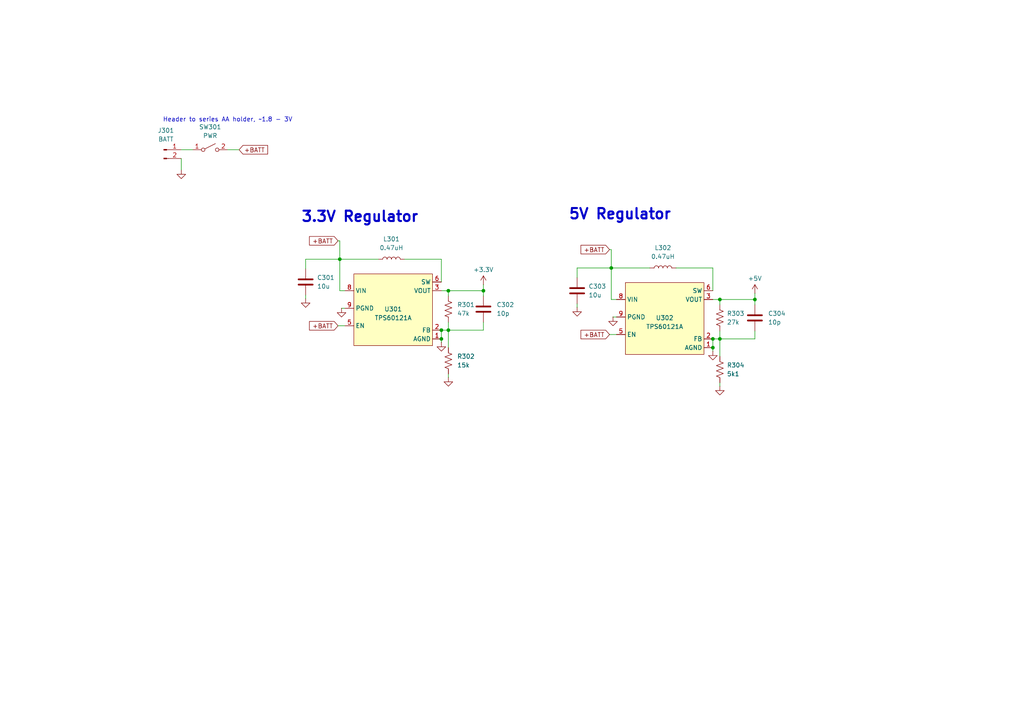
<source format=kicad_sch>
(kicad_sch (version 20231120) (generator "eeschema") (generator_version "8.0")
  (paper "A4")
  (lib_symbols
    (symbol "Connector:Conn_01x02_Pin" (pin_names (offset 1.016) hide)
      (property "Reference" "J" (at 0 2.54 0))
      (property "Value" "Conn_01x02_Pin" (at 0 -5.08 0))
      (symbol "Conn_01x02_Pin_1_1"
        (polyline (pts (xy 1.27 -2.54) (xy 0.8636 -2.54)) (stroke (width 0.1524)))
        (polyline (pts (xy 1.27 0) (xy 0.8636 0)) (stroke (width 0.1524)))
        (rectangle (start 0.8636 -2.413) (end 0 -2.667) (stroke (width 0.1524)) (fill (type outline)))
        (rectangle (start 0.8636 0.127) (end 0 -0.127) (stroke (width 0.1524)) (fill (type outline)))
        (pin passive line (at 5.08 0 180) (length 3.81) (name "Pin_1") (number "1"))
        (pin passive line (at 5.08 -2.54 180) (length 3.81) (name "Pin_2") (number "2"))
      )
    )
    (symbol "Device:C" (pin_numbers hide) (pin_names (offset 0.254))
      (property "Reference" "C" (at 0.635 2.54 0))
      (property "Value" "C" (at 0.635 -2.54 0))
      (symbol "C_0_1"
        (polyline (pts (xy -2.032 -0.762) (xy 2.032 -0.762)) (stroke (width 0.508)))
        (polyline (pts (xy -2.032 0.762) (xy 2.032 0.762)) (stroke (width 0.508)))
      )
      (symbol "C_1_1"
        (pin passive line (at 0 3.81 270) (length 2.794) (name "~") (number "1"))
        (pin passive line (at 0 -3.81 90) (length 2.794) (name "~") (number "2"))
      )
    )
    (symbol "Device:L" (pin_numbers hide) (pin_names (offset 1.016) hide)
      (property "Reference" "L" (at -1.27 0 90))
      (property "Value" "L" (at 1.905 0 90))
      (symbol "L_0_1"
        (arc (start 0 -2.54) (mid 0.6323 -1.905) (end 0 -1.27))
        (arc (start 0 -1.27) (mid 0.6323 -0.635) (end 0 0))
        (arc (start 0 0) (mid 0.6323 0.635) (end 0 1.27))
        (arc (start 0 1.27) (mid 0.6323 1.905) (end 0 2.54))
      )
      (symbol "L_1_1"
        (pin passive line (at 0 3.81 270) (length 1.27) (name "1") (number "1"))
        (pin passive line (at 0 -3.81 90) (length 1.27) (name "2") (number "2"))
      )
    )
    (symbol "Device:R_US" (pin_numbers hide) (pin_names (offset 0))
      (property "Reference" "R" (at 2.54 0 90))
      (property "Value" "R_US" (at -2.54 0 90))
      (symbol "R_US_0_1"
        (polyline (pts (xy 0 -2.286) (xy 0 -2.54)))
        (polyline (pts (xy 0 2.286) (xy 0 2.54)))
        (polyline (pts (xy 0 -0.762) (xy 1.016 -1.143) (xy 0 -1.524) (xy -1.016 -1.905) (xy 0 -2.286)))
        (polyline (pts (xy 0 0.762) (xy 1.016 0.381) (xy 0 0) (xy -1.016 -0.381) (xy 0 -0.762)))
        (polyline (pts (xy 0 2.286) (xy 1.016 1.905) (xy 0 1.524) (xy -1.016 1.143) (xy 0 0.762)))
      )
      (symbol "R_US_1_1"
        (pin passive line (at 0 3.81 270) (length 1.27) (name "~") (number "1"))
        (pin passive line (at 0 -3.81 90) (length 1.27) (name "~") (number "2"))
      )
    )
    (symbol "Regulator_Switching:TPS61021A"
      (property "Reference" "U" (at -0.254 7.112 0))
      (property "Value" "TPS60121A" (at 0 4.826 0))
      (symbol "TPS61021A_1_1"
        (rectangle (start -11.4 12.5) (end 11.4 -8.3) (fill (type background)))
        (pin power_out line (at 13.97 -6.35 180) (length 2.54) (name "AGND") (number "1"))
        (pin input line (at 13.97 -3.81 180) (length 2.54) (name "FB") (number "2"))
        (pin power_out line (at 13.97 7.62 180) (length 2.54) (name "VOUT") (number "3"))
        (pin power_out line (at 13.97 7.62 180) (length 2.54) hide (name "VOUT") (number "4"))
        (pin input line (at -13.97 -2.54 0) (length 2.54) (name "EN") (number "5"))
        (pin input line (at 13.97 10.16 180) (length 2.54) (name "SW") (number "6"))
        (pin input line (at 13.97 10.16 180) (length 2.54) hide (name "SW") (number "7"))
        (pin power_in line (at -13.97 7.62 0) (length 2.54) (name "VIN") (number "8"))
        (pin passive line (at -13.97 2.54 0) (length 2.54) (name "PGND") (number "9"))
      )
    )
    (symbol "Switch:SW_SPST" (pin_names (offset 0) hide)
      (property "Reference" "SW" (at 0 3.175 0))
      (property "Value" "SW_SPST" (at 0 -2.54 0))
      (symbol "SW_SPST_0_0"
        (circle (center -2.032 0) (radius 0.508))
        (polyline (pts (xy -1.524 0.254) (xy 1.524 1.778)))
        (circle (center 2.032 0) (radius 0.508))
      )
      (symbol "SW_SPST_1_1"
        (pin passive line (at -5.08 0 0) (length 2.54) (name "A") (number "1"))
        (pin passive line (at 5.08 0 180) (length 2.54) (name "B") (number "2"))
      )
    )
    (symbol "power:+3.3V" (power) (pin_numbers hide) (pin_names (offset 0) hide)
      (property "Value" "+3.3V" (at 0 3.556 0))
      (symbol "+3.3V_0_1"
        (polyline (pts (xy -0.762 1.27) (xy 0 2.54)))
        (polyline (pts (xy 0 0) (xy 0 2.54)))
        (polyline (pts (xy 0 2.54) (xy 0.762 1.27)))
      )
      (symbol "+3.3V_1_1"
        (pin power_in line (at 0 0 90) (length 0) (name "~") (number "1"))
      )
    )
    (symbol "power:+5V" (power) (pin_numbers hide) (pin_names (offset 0) hide)
      (property "Value" "+5V" (at 0 3.556 0))
      (symbol "+5V_0_1"
        (polyline (pts (xy -0.762 1.27) (xy 0 2.54)))
        (polyline (pts (xy 0 0) (xy 0 2.54)))
        (polyline (pts (xy 0 2.54) (xy 0.762 1.27)))
      )
      (symbol "+5V_1_1"
        (pin power_in line (at 0 0 90) (length 0) (name "~") (number "1"))
      )
    )
    (symbol "power:GND" (power) (pin_numbers hide) (pin_names (offset 0) hide)
      (symbol "GND_0_1"
        (polyline (pts (xy 0 0) (xy 0 -1.27) (xy 1.27 -1.27) (xy 0 -2.54) (xy -1.27 -1.27) (xy 0 -1.27)))
      )
      (symbol "GND_1_1"
        (pin power_in line (at 0 0 270) (length 0) (name "~") (number "1"))
      )
    )
  )
  (junction (at 130.048 84.328))
  (junction (at 98.552 75.184))
  (junction (at 177.292 77.724))
  (junction (at 206.756 98.298))
  (junction (at 140.208 84.328))
  (junction (at 208.788 86.868))
  (junction (at 128.016 95.758))
  (junction (at 130.048 95.758))
  (junction (at 128.016 98.298))
  (junction (at 206.756 100.838))
  (junction (at 208.788 98.298))
  (junction (at 218.948 86.868))
  (wire (pts (xy 208.788 98.298) (xy 208.788 103.378)))
  (wire (pts (xy 177.292 77.724) (xy 177.292 86.868)))
  (wire (pts (xy 130.048 95.758) (xy 128.016 95.758)))
  (wire (pts (xy 98.552 75.184) (xy 98.552 84.328)))
  (wire (pts (xy 88.646 75.184) (xy 98.552 75.184)))
  (wire (pts (xy 98.044 69.85) (xy 98.552 69.85)))
  (wire (pts (xy 52.578 45.974) (xy 52.578 49.276)))
  (wire (pts (xy 177.292 72.39) (xy 177.292 77.724)))
  (wire (pts (xy 208.788 110.998) (xy 208.788 112.014)))
  (wire (pts (xy 206.756 98.298) (xy 206.756 100.838)))
  (wire (pts (xy 99.06 89.408) (xy 100.076 89.408)))
  (wire (pts (xy 140.208 84.328) (xy 130.048 84.328)))
  (wire (pts (xy 130.048 84.328) (xy 130.048 85.852)))
  (wire (pts (xy 196.088 77.724) (xy 206.756 77.724)))
  (wire (pts (xy 140.208 93.472) (xy 140.208 95.758)))
  (wire (pts (xy 140.208 85.852) (xy 140.208 84.328)))
  (wire (pts (xy 208.788 86.868) (xy 208.788 88.392)))
  (wire (pts (xy 218.948 86.868) (xy 208.788 86.868)))
  (wire (pts (xy 167.386 80.518) (xy 167.386 77.724)))
  (wire (pts (xy 167.386 77.724) (xy 177.292 77.724)))
  (wire (pts (xy 218.948 88.392) (xy 218.948 86.868)))
  (wire (pts (xy 218.948 98.298) (xy 208.788 98.298)))
  (wire (pts (xy 130.048 108.458) (xy 130.048 109.474)))
  (wire (pts (xy 98.044 94.488) (xy 100.076 94.488)))
  (wire (pts (xy 178.816 86.868) (xy 177.292 86.868)))
  (wire (pts (xy 176.784 72.39) (xy 177.292 72.39)))
  (wire (pts (xy 66.04 43.434) (xy 69.342 43.434)))
  (wire (pts (xy 140.208 82.55) (xy 140.208 84.328)))
  (wire (pts (xy 128.016 98.298) (xy 128.016 99.314)))
  (wire (pts (xy 206.756 100.838) (xy 206.756 101.854)))
  (wire (pts (xy 206.756 86.868) (xy 208.788 86.868)))
  (wire (pts (xy 128.016 75.184) (xy 128.016 81.788)))
  (wire (pts (xy 98.552 75.184) (xy 109.728 75.184)))
  (wire (pts (xy 128.016 95.758) (xy 128.016 98.298)))
  (wire (pts (xy 128.016 84.328) (xy 130.048 84.328)))
  (wire (pts (xy 208.788 98.298) (xy 206.756 98.298)))
  (wire (pts (xy 140.208 95.758) (xy 130.048 95.758)))
  (wire (pts (xy 218.948 85.09) (xy 218.948 86.868)))
  (wire (pts (xy 130.048 93.472) (xy 130.048 95.758)))
  (wire (pts (xy 206.756 77.724) (xy 206.756 84.328)))
  (wire (pts (xy 218.948 96.012) (xy 218.948 98.298)))
  (wire (pts (xy 88.646 85.598) (xy 88.646 86.614)))
  (wire (pts (xy 177.8 91.948) (xy 178.816 91.948)))
  (wire (pts (xy 100.076 84.328) (xy 98.552 84.328)))
  (wire (pts (xy 167.386 88.138) (xy 167.386 89.154)))
  (wire (pts (xy 208.788 96.012) (xy 208.788 98.298)))
  (wire (pts (xy 176.784 97.028) (xy 178.816 97.028)))
  (wire (pts (xy 130.048 95.758) (xy 130.048 100.838)))
  (wire (pts (xy 117.348 75.184) (xy 128.016 75.184)))
  (wire (pts (xy 52.578 43.434) (xy 55.88 43.434)))
  (wire (pts (xy 98.552 69.85) (xy 98.552 75.184)))
  (wire (pts (xy 177.292 77.724) (xy 188.468 77.724)))
  (wire (pts (xy 88.646 77.978) (xy 88.646 75.184)))
  (text "5V Regulator" (at 179.832 62.23 0) (effects (font (size 3 3) (thickness 0.6) (bold yes))))
  (text "Header to series AA holder, ~1.8 - 3V" (at 66.04 34.798 0) (effects (font (size 1.27 1.27))))
  (text "3.3V Regulator" (at 104.394 62.992 0) (effects (font (size 3 3) (thickness 0.6) (bold yes))))
  (global_label "+BATT" (shape input) (at 98.044 94.488 180) (property "Intersheetrefs" "${INTERSHEET_REFS}" (effects (hide yes))))
  (global_label "+BATT" (shape input) (at 69.342 43.434 0) (property "Intersheetrefs" "${INTERSHEET_REFS}" (effects (hide yes))))
  (global_label "+BATT" (shape input) (at 98.044 69.85 180) (property "Intersheetrefs" "${INTERSHEET_REFS}" (effects (hide yes))))
  (global_label "+BATT" (shape input) (at 176.784 97.028 180) (property "Intersheetrefs" "${INTERSHEET_REFS}" (effects (hide yes))))
  (global_label "+BATT" (shape input) (at 176.784 72.39 180) (property "Intersheetrefs" "${INTERSHEET_REFS}" (effects (hide yes))))
  (symbol (lib_id "power:GND") (at 128.016 99.314 0) (unit 1)
    (property "Reference" "#PWR0304" (effects (hide yes)))
    (property "Value" "GND" (effects (hide yes)))
    (property "Description" "Power symbol creates a global label with name \"GND\" , ground" (effects (hide yes)))
  )
  (symbol (lib_id "Device:R_US") (at 208.788 107.188 0) (unit 1)
    (property "Reference" "R304" (at 210.82 105.9179 0) (effects (justify left)))
    (property "Value" "5k1" (at 210.82 108.4579 0) (effects (justify left)))
    (property "Footprint" "Resistor_SMD:R_0805_2012Metric" (effects (hide yes)))
    (property "Description" "Resistor, US symbol" (effects (hide yes)))
  )
  (symbol (lib_id "power:GND") (at 206.756 101.854 0) (unit 1)
    (property "Reference" "#PWR0309" (effects (hide yes)))
    (property "Value" "GND" (effects (hide yes)))
    (property "Description" "Power symbol creates a global label with name \"GND\" , ground" (effects (hide yes)))
  )
  (symbol (lib_id "Device:C") (at 218.948 92.202 0) (unit 1)
    (property "Reference" "C304" (at 222.758 90.9319 0) (effects (justify left)))
    (property "Value" "10p" (at 222.758 93.4719 0) (effects (justify left)))
    (property "Footprint" "Capacitor_SMD:C_0805_2012Metric" (effects (hide yes)))
    (property "Description" "Unpolarized capacitor" (effects (hide yes)))
  )
  (symbol (lib_id "Device:L") (at 192.278 77.724 90) (unit 1)
    (property "Reference" "L302" (at 192.278 71.882 90))
    (property "Value" "0.47uH" (at 192.278 74.422 90))
    (property "Description" "Inductor" (effects (hide yes)))
  )
  (symbol (lib_id "power:GND") (at 177.8 91.948 0) (unit 1)
    (property "Reference" "#PWR0308" (effects (hide yes)))
    (property "Value" "GND" (effects (hide yes)))
    (property "Description" "Power symbol creates a global label with name \"GND\" , ground" (effects (hide yes)))
  )
  (symbol (lib_id "Regulator_Switching:TPS61021A") (at 114.046 91.948 0) (unit 1)
    (property "Reference" "U301" (at 114.046 89.662 0))
    (property "Value" "TPS60121A" (at 114.046 92.202 0))
    (property "Footprint" "Package_SON:WSON-8-1EP_2x2mm_P0.5mm_EP0.9x1.6mm" (effects (hide yes)))
    (property "Datasheet" "https://www.ti.com/lit/ds/symlink/tps61021a.pdf?ts=1729702183423&ref_url=https%253A%252F%252Fwww.mouser.com%252F" (effects (hide yes)))
  )
  (symbol (lib_id "power:GND") (at 208.788 112.014 0) (unit 1)
    (property "Reference" "#PWR0310" (effects (hide yes)))
    (property "Value" "GND" (effects (hide yes)))
    (property "Description" "Power symbol creates a global label with name \"GND\" , ground" (effects (hide yes)))
  )
  (symbol (lib_id "Device:C") (at 140.208 89.662 0) (unit 1)
    (property "Reference" "C302" (at 144.018 88.3919 0) (effects (justify left)))
    (property "Value" "10p" (at 144.018 90.9319 0) (effects (justify left)))
    (property "Footprint" "Capacitor_SMD:C_0805_2012Metric" (effects (hide yes)))
    (property "Description" "Unpolarized capacitor" (effects (hide yes)))
  )
  (symbol (lib_id "power:GND") (at 88.646 86.614 0) (unit 1)
    (property "Reference" "#PWR0303" (effects (hide yes)))
    (property "Value" "GND" (effects (hide yes)))
    (property "Description" "Power symbol creates a global label with name \"GND\" , ground" (effects (hide yes)))
  )
  (symbol (lib_id "Device:R_US") (at 130.048 89.662 0) (unit 1)
    (property "Reference" "R301" (at 132.588 88.3919 0) (effects (justify left)))
    (property "Value" "47k" (at 132.588 90.9319 0) (effects (justify left)))
    (property "Footprint" "Resistor_SMD:R_0805_2012Metric" (effects (hide yes)))
    (property "Description" "Resistor, US symbol" (effects (hide yes)))
  )
  (symbol (lib_id "Connector:Conn_01x02_Pin") (at 47.498 43.434 0) (unit 1)
    (property "Reference" "J301" (at 48.133 37.846 0))
    (property "Value" "BATT" (at 48.133 40.386 0))
    (property "Footprint" "Connector_PinHeader_2.54mm:PinHeader_1x02_P2.54mm_Vertical" (effects (hide yes)))
    (property "Description" "Generic connector, single row, 01x02, script generated" (effects (hide yes)))
  )
  (symbol (lib_id "power:GND") (at 99.06 89.408 0) (unit 1)
    (property "Reference" "#PWR0302" (effects (hide yes)))
    (property "Value" "GND" (effects (hide yes)))
    (property "Description" "Power symbol creates a global label with name \"GND\" , ground" (effects (hide yes)))
  )
  (symbol (lib_id "Device:L") (at 113.538 75.184 90) (unit 1)
    (property "Reference" "L301" (at 113.538 69.342 90))
    (property "Value" "0.47uH" (at 113.538 71.882 90))
    (property "Description" "Inductor" (effects (hide yes)))
  )
  (symbol (lib_id "Device:R_US") (at 130.048 104.648 0) (unit 1)
    (property "Reference" "R302" (at 132.588 103.3779 0) (effects (justify left)))
    (property "Value" "15k" (at 132.588 105.9179 0) (effects (justify left)))
    (property "Footprint" "Resistor_SMD:R_0805_2012Metric" (effects (hide yes)))
    (property "Description" "Resistor, US symbol" (effects (hide yes)))
  )
  (symbol (lib_id "power:GND") (at 167.386 89.154 0) (unit 1)
    (property "Reference" "#PWR0307" (effects (hide yes)))
    (property "Value" "GND" (effects (hide yes)))
    (property "Description" "Power symbol creates a global label with name \"GND\" , ground" (effects (hide yes)))
  )
  (symbol (lib_id "Switch:SW_SPST") (at 60.96 43.434 0) (unit 1)
    (property "Reference" "SW301" (at 60.96 36.83 0))
    (property "Value" "PWR" (at 60.96 39.37 0))
    (property "Description" "Single Pole Single Throw (SPST) switch" (effects (hide yes)))
  )
  (symbol (lib_id "Device:C") (at 88.646 81.788 0) (unit 1)
    (property "Reference" "C301" (at 91.948 80.5179 0) (effects (justify left)))
    (property "Value" "10u" (at 91.948 83.0579 0) (effects (justify left)))
    (property "Footprint" "Capacitor_SMD:C_0805_2012Metric" (effects (hide yes)))
    (property "Description" "Unpolarized capacitor" (effects (hide yes)))
  )
  (symbol (lib_id "Regulator_Switching:TPS61021A") (at 192.786 94.488 0) (unit 1)
    (property "Reference" "U302" (at 192.786 92.202 0))
    (property "Value" "TPS60121A" (at 192.786 94.742 0))
    (property "Footprint" "Package_SON:WSON-8-1EP_2x2mm_P0.5mm_EP0.9x1.6mm" (effects (hide yes)))
    (property "Datasheet" "https://www.ti.com/lit/ds/symlink/tps61021a.pdf?ts=1729702183423&ref_url=https%253A%252F%252Fwww.mouser.com%252F" (effects (hide yes)))
  )
  (symbol (lib_id "power:+5V") (at 218.948 85.09 0) (unit 1)
    (property "Reference" "#PWR0311" (effects (hide yes)))
    (property "Value" "+5V" (at 218.948 80.772 0))
    (property "Description" "Power symbol creates a global label with name \"+5V\"" (effects (hide yes)))
  )
  (symbol (lib_id "Device:C") (at 167.386 84.328 0) (unit 1)
    (property "Reference" "C303" (at 170.688 83.0579 0) (effects (justify left)))
    (property "Value" "10u" (at 170.688 85.5979 0) (effects (justify left)))
    (property "Footprint" "Capacitor_SMD:C_0805_2012Metric" (effects (hide yes)))
    (property "Description" "Unpolarized capacitor" (effects (hide yes)))
  )
  (symbol (lib_id "power:+3.3V") (at 140.208 82.55 0) (unit 1)
    (property "Reference" "#PWR0306" (effects (hide yes)))
    (property "Value" "+3.3V" (at 140.208 78.232 0))
    (property "Description" "Power symbol creates a global label with name \"+3.3V\"" (effects (hide yes)))
  )
  (symbol (lib_id "power:GND") (at 130.048 109.474 0) (unit 1)
    (property "Reference" "#PWR0305" (effects (hide yes)))
    (property "Value" "GND" (effects (hide yes)))
    (property "Description" "Power symbol creates a global label with name \"GND\" , ground" (effects (hide yes)))
  )
  (symbol (lib_id "Device:R_US") (at 208.788 92.202 0) (unit 1)
    (property "Reference" "R303" (at 210.82 90.9319 0) (effects (justify left)))
    (property "Value" "27k" (at 210.82 93.4719 0) (effects (justify left)))
    (property "Footprint" "Resistor_SMD:R_0805_2012Metric" (effects (hide yes)))
    (property "Description" "Resistor, US symbol" (effects (hide yes)))
  )
  (symbol (lib_id "power:GND") (at 52.578 49.276 0) (unit 1)
    (property "Reference" "#PWR0301" (effects (hide yes)))
    (property "Value" "GND" (effects (hide yes)))
    (property "Description" "Power symbol creates a global label with name \"GND\" , ground" (effects (hide yes)))
  )
)
</source>
